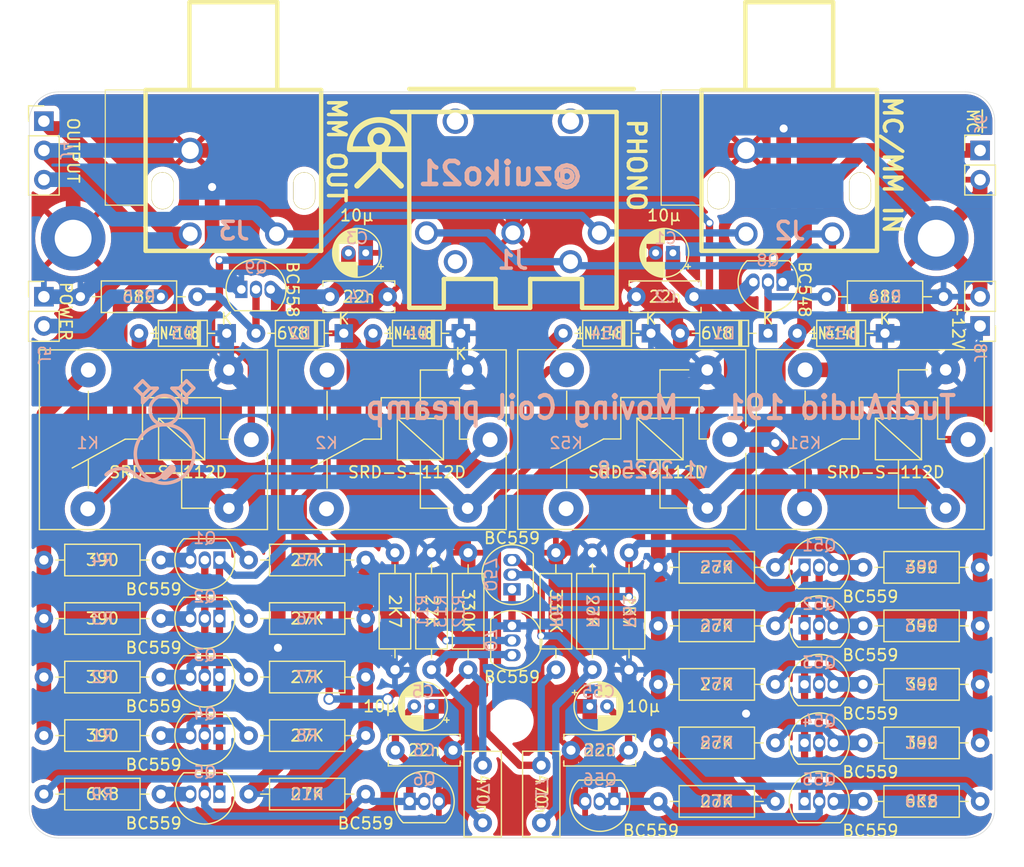
<source format=kicad_pcb>
(kicad_pcb (version 20240108) (generator "pcbnew") (generator_version "8.0")
  (title_block (title "TuchAudio 191 Moving Coil preamp") (date "2025-08-01") (rev "v1") (company "@zuiko21"))
  (layers (0 "F.Cu" signal) (31 "B.Cu" signal) (34 "B.Paste" user) (35 "F.Paste" user) (36 "B.SilkS" user "B.Silkscreen") (37 "F.SilkS" user "F.Silkscreen") (38 "B.Mask" user) (39 "F.Mask" user) (44 "Edge.Cuts" user))
  (net 0 "")
  (net 1 "GND")
  (net 2 "+6V")
  (net 3 "-6V")
  (net 4 "/BIAS")
  (net 5 "/PRE_OUT")
  (net 6 "/BUF")
  (net 7 "/PRE_OUT'")
  (net 8 "/BUF'")
  (net 9 "/BIAS'")
  (net 10 "/Z+")
  (net 11 "/Z-")
  (net 12 "/+12")
  (net 13 "/~{MC}")
  (net 14 "/IN'")
  (net 16 "/IN")
  (net 17 "/OUT")
  (net 18 "/OUT'")
  (net 19 "+9V")
  (net 20 "-9V")
  (net 21 "/MC_IN")
  (net 23 "/MC_IN'")
  (net 25 "/E1")
  (net 26 "/QC")
  (net 27 "/E2")
  (net 28 "/E3")
  (net 29 "/QE")
  (net 30 "/E4")
  (net 31 "/E1'")
  (net 32 "/E2'")
  (net 33 "/E3'")
  (net 34 "/E4'")
  (net 35 "/QE'")
  (net 36 "/QC'")
  (footprint "Package_TO_SOT_THT:TO-92_Inline" (layer "F.Cu") (at 58.42 86.995)
    (property "Reference" "Q6")
    (property "Value" "BC559")
  )
  (footprint "Relay_THT:Relay_SPDT_SANYOU_SRD_Series_Form_C" (layer "F.Cu") (at 65.405 55.595 180)
    (property "Reference" "K2")
    (property "Value" "SRD-S-112D")
  )
  (footprint "Resistor_THT:R_Axial_DIN0207_L6.3mm_D2.5mm_P10.16mm_Horizontal" (layer "F.Cu") (at 107.95 86.995 180)
    (property "Reference" "R59")
    (property "Value" "6K8")
  )
  (footprint "MountingHole:MountingHole_3.2mm_M3_DIN965_Pad" (layer "F.Cu") (at 29.21 38.1)
    (property "Reference" "H1" (hide yes))
    (property "Value" "MountingHole_Pad" (hide yes))
  )
  (footprint "Resistor_THT:R_Axial_DIN0207_L6.3mm_D2.5mm_P10.16mm_Horizontal" (layer "F.Cu") (at 26.67 76.2)
    (property "Reference" "R2")
    (property "Value" "390")
  )
  (footprint "durango:DIN 5-180deg" (layer "F.Cu") (at 58.39 27.14)
    (property "Reference" "J1")
    (property "Value" "PHONO")
  )
  (footprint "Resistor_THT:R_Axial_DIN0207_L6.3mm_D2.5mm_P10.16mm_Horizontal" (layer "F.Cu") (at 26.67 71.12)
    (property "Reference" "R3")
    (property "Value" "390")
  )
  (footprint "Package_TO_SOT_THT:TO-92_Inline" (layer "F.Cu") (at 41.91 76.2 180)
    (property "Reference" "Q3")
    (property "Value" "BC559")
  )
  (footprint "Capacitor_THT:C_Rect_L7.2mm_W3.0mm_P5.00mm_FKS2_FKP2_MKS2_MKP2" (layer "F.Cu") (at 69.85 83.86 -90)
    (property "Reference" "C17")
    (property "Value" "470n")
  )
  (footprint "durango:2xRCA_vertical" (layer "F.Cu") (at 96.46 25.23 180)
    (property "Reference" "J2")
    (property "Value" "MC/MM IN")
  )
  (footprint "Resistor_THT:R_Axial_DIN0207_L6.3mm_D2.5mm_P10.16mm_Horizontal" (layer "F.Cu") (at 57.15 65.405 -90)
    (property "Reference" "R11")
    (property "Value" "2K7")
  )
  (footprint "Resistor_THT:R_Axial_DIN0207_L6.3mm_D2.5mm_P10.16mm_Horizontal" (layer "F.Cu") (at 26.67 81.28)
    (property "Reference" "R1")
    (property "Value" "390")
  )
  (footprint "Package_TO_SOT_THT:TO-92_Inline" (layer "F.Cu") (at 92.71 81.915)
    (property "Reference" "Q54")
    (property "Value" "BC559")
  )
  (footprint "Resistor_THT:R_Axial_DIN0207_L6.3mm_D2.5mm_P10.16mm_Horizontal" (layer "F.Cu") (at 63.5 75.565 90)
    (property "Reference" "R13")
    (property "Value" "330K")
  )
  (footprint "Resistor_THT:R_Axial_DIN0207_L6.3mm_D2.5mm_P10.16mm_Horizontal" (layer "F.Cu") (at 107.95 71.755 180)
    (property "Reference" "R53")
    (property "Value" "390")
  )
  (footprint "Resistor_THT:R_Axial_DIN0207_L6.3mm_D2.5mm_P10.16mm_Horizontal" (layer "F.Cu") (at 26.67 66.04)
    (property "Reference" "R4")
    (property "Value" "390")
  )
  (footprint "Diode_THT:D_DO-35_SOD27_P7.62mm_Horizontal" (layer "F.Cu") (at 99.695 46.355 180)
    (property "Reference" "D53")
    (property "Value" "1N4148")
  )
  (footprint "Package_TO_SOT_THT:TO-92_Inline" (layer "F.Cu") (at 92.71 86.995)
    (property "Reference" "Q55")
    (property "Value" "BC559")
  )
  (footprint "Resistor_THT:R_Axial_DIN0207_L6.3mm_D2.5mm_P10.16mm_Horizontal" (layer "F.Cu") (at 54.61 66.04 180)
    (property "Reference" "R5")
    (property "Value" "27K")
  )
  (footprint "MountingHole:MountingHole_3.2mm_M3" (layer "F.Cu") (at 67.31 80.01)
    (property "Reference" "H3" (hide yes))
    (property "Value" "MountingHole" (hide yes))
  )
  (footprint "Relay_THT:Relay_SPDT_SANYOU_SRD_Series_Form_C" (layer "F.Cu") (at 106.91 55.58 180)
    (property "Reference" "K51")
    (property "Value" "SRD-S-112D")
  )
  (footprint "Resistor_THT:R_Axial_DIN0207_L6.3mm_D2.5mm_P10.16mm_Horizontal" (layer "F.Cu") (at 107.95 76.835 180)
    (property "Reference" "R52")
    (property "Value" "390")
  )
  (footprint "Package_TO_SOT_THT:TO-92_Inline" (layer "F.Cu") (at 76.2 86.995 180)
    (property "Reference" "Q56")
    (property "Value" "BC559")
  )
  (footprint "Relay_THT:Relay_SPDT_SANYOU_SRD_Series_Form_C" (layer "F.Cu") (at 86.209 55.58 180)
    (property "Reference" "K52")
    (property "Value" "SRD-S-112D")
  )
  (footprint "Resistor_THT:R_Axial_DIN0207_L6.3mm_D2.5mm_P10.16mm_Horizontal" (layer "F.Cu") (at 80.01 86.995)
    (property "Reference" "R60")
    (property "Value" "27K")
  )
  (footprint "Resistor_THT:R_Axial_DIN0207_L6.3mm_D2.5mm_P10.16mm_Horizontal" (layer "F.Cu") (at 80.01 81.915)
    (property "Reference" "R58")
    (property "Value" "27K")
  )
  (footprint "Capacitor_THT:C_Disc_D6.0mm_W2.5mm_P5.00mm" (layer "F.Cu") (at 62.19 82.55 180)
    (property "Reference" "C6")
    (property "Value" "22n")
  )
  (footprint "MountingHole:MountingHole_3.2mm_M3_DIN965_Pad" (layer "F.Cu") (at 104.14 38.1)
    (property "Reference" "H2" (hide yes))
    (property "Value" "MountingHole_Pad" (hide yes))
  )
  (footprint "Package_TO_SOT_THT:TO-92_Inline" (layer "F.Cu") (at 92.71 71.755)
    (property "Reference" "Q52")
    (property "Value" "BC559")
  )
  (footprint "durango:2xRCA_vertical" (layer "F.Cu") (at 48.2 25.23 180)
    (property "Reference" "J3")
    (property "Value" "MM OUT")
  )
  (footprint "Connector_PinHeader_2.54mm:PinHeader_1x02_P2.54mm_Vertical" (layer "F.Cu") (at 107.95 30.48)
    (property "Reference" "J6")
    (property "Value" "~{MC}")
  )
  (footprint "Resistor_THT:R_Axial_DIN0207_L6.3mm_D2.5mm_P10.16mm_Horizontal" (layer "F.Cu") (at 40.005 43.18 180)
    (property "Reference" "R15")
    (property "Value" "680")
  )
  (footprint "Capacitor_THT:C_Disc_D6.0mm_W2.5mm_P5.00mm" (layer "F.Cu") (at 78.105 43.18)
    (property "Reference" "C2")
    (property "Value" "22n")
  )
  (footprint "Package_TO_SOT_THT:TO-92_Inline" (layer "F.Cu") (at 43.815 42.545)
    (property "Reference" "Q9")
    (property "Value" "BC558")
  )
  (footprint "Package_TO_SOT_THT:TO-92_Inline" (layer "F.Cu") (at 41.91 66.04 180)
    (property "Reference" "Q1")
    (property "Value" "BC559")
  )
  (footprint "Resistor_THT:R_Axial_DIN0207_L6.3mm_D2.5mm_P10.16mm_Horizontal" (layer "F.Cu") (at 94.615 43.18)
    (property "Reference" "R14")
    (property "Value" "680")
  )
  (footprint "Diode_THT:D_DO-35_SOD27_P7.62mm_Horizontal" (layer "F.Cu") (at 62.865 46.355 180)
    (property "Reference" "D4")
    (property "Value" "1N4148")
  )
  (footprint "Relay_THT:Relay_SPDT_SANYOU_SRD_Series_Form_C" (layer "F.Cu") (at 44.68 55.595 180)
    (property "Reference" "K1")
    (property "Value" "SRD-S-112D")
  )
  (footprint "Connector_PinHeader_2.54mm:PinHeader_1x02_P2.54mm_Vertical" (layer "F.Cu") (at 26.67 43.18)
    (property "Reference" "J5")
    (property "Value" "POWER")
  )
  (footprint "Connector_PinHeader_2.54mm:PinHeader_1x03_P2.54mm_Vertical" (layer "F.Cu") (at 26.67 27.94)
    (property "Reference" "J4")
    (property "Value" "OUTPUT")
  )
  (footprint "Resistor_THT:R_Axial_DIN0207_L6.3mm_D2.5mm_P10.16mm_Horizontal" (layer "F.Cu") (at 71.12 75.565 90)
    (property "Reference" "R63")
    (property "Value" "330K")
  )
  (footprint "Package_TO_SOT_THT:TO-92_Inline" (layer "F.Cu") (at 41.91 71.12 180)
    (property "Reference" "Q2")
    (property "Value" "BC559")
  )
  (footprint "Resistor_THT:R_Axial_DIN0207_L6.3mm_D2.5mm_P10.16mm_Horizontal" (layer "F.Cu") (at 80.01 71.755)
    (property "Reference" "R56")
    (property "Value" "27K")
  )
  (footprint "Diode_THT:D_DO-35_SOD27_P7.62mm_Horizontal" (layer "F.Cu") (at 89.535 46.355 180)
    (property "Reference" "D1")
    (property "Value" "6V8")
  )
  (footprint "Resistor_THT:R_Axial_DIN0207_L6.3mm_D2.5mm_P10.16mm_Horizontal" (layer "F.Cu") (at 54.61 71.12 180)
    (property "Reference" "R6")
    (property "Value" "27K")
  )
  (footprint "Diode_THT:D_DO-35_SOD27_P7.62mm_Horizontal" (layer "F.Cu") (at 42.545 46.355 180)
    (property "Reference" "D3")
    (property "Value" "1N4148")
  )
  (footprint "Resistor_THT:R_Axial_DIN0207_L6.3mm_D2.5mm_P10.16mm_Horizontal" (layer "F.Cu") (at 80.01 66.675)
    (property "Reference" "R55")
    (property "Value" "27K")
  )
  (footprint "Capacitor_THT:CP_Radial_D4.0mm_P1.50mm" (layer "F.Cu") (at 60.325 78.74 180)
    (property "Reference" "C5")
    (property "Value" "10µ")
  )
  (footprint "Resistor_THT:R_Axial_DIN0207_L6.3mm_D2.5mm_P10.16mm_Horizontal" (layer "F.Cu") (at 54.61 76.2 180)
    (property "Reference" "R7")
    (property "Value" "27K")
  )
  (footprint "Resistor_THT:R_Axial_DIN0207_L6.3mm_D2.5mm_P10.16mm_Horizontal" (layer "F.Cu") (at 60.325 65.405 -90)
    (property "Reference" "R12")
    (property "Value" "27K")
  )
  (footprint "Resistor_THT:R_Axial_DIN0207_L6.3mm_D2.5mm_P10.16mm_Horizontal" (layer "F.Cu") (at 80.01 76.835)
    (property "Reference" "R57")
    (property "Value" "27K")
  )
  (footprint "Resistor_THT:R_Axial_DIN0207_L6.3mm_D2.5mm_P10.16mm_Horizontal" (layer "F.Cu") (at 54.61 86.36 180)
    (property "Reference" "R10")
    (property "Value" "27K")
  )
  (footprint "Package_TO_SOT_THT:TO-92_Inline" (layer "F.Cu") (at 41.91 86.36 180)
    (property "Reference" "Q5")
    (property "Value" "BC559")
  )
  (footprint "Diode_THT:D_DO-35_SOD27_P7.62mm_Horizontal" (layer "F.Cu") (at 52.705 46.355 180)
    (property "Reference" "D2")
    (property "Value" "6V8")
  )
  (footprint "Package_TO_SOT_THT:TO-92_Inline" (layer "F.Cu") (at 67.31 68.58 90)
    (property "Reference" "Q57")
    (property "Value" "BC559")
  )
  (footprint "Connector_PinHeader_2.54mm:PinHeader_1x02_P2.54mm_Vertical" (layer "F.Cu") (at 107.95 45.72 180)
    (property "Reference" "J8")
    (property "Value" "+12V")
  )
  (footprint "Package_TO_SOT_THT:TO-92_Inline" (layer "F.Cu") (at 41.91 81.28 180)
    (property "Reference" "Q4")
    (property "Value" "BC559")
  )
  (footprint "Package_TO_SOT_THT:TO-92_Inline" (layer "F.Cu") (at 92.71 76.835)
    (property "Reference" "Q53")
    (property "Value" "BC559")
  )
  (footprint "Capacitor_THT:CP_Radial_D4.0mm_P1.50mm" (layer "F.Cu") (at 74.065 78.74)
    (property "Reference" "C55")
    (property "Value" "10µ")
  )
  (footprint "Resistor_THT:R_Axial_DIN0207_L6.3mm_D2.5mm_P10.16mm_Horizontal" (layer "F.Cu") (at 107.95 66.675 180)
    (property "Reference" "R54")
    (property "Value" "390")
  )
  (footprint "Resistor_THT:R_Axial_DIN0207_L6.3mm_D2.5mm_P10.16mm_Horizontal" (layer "F.Cu") (at 77.47 65.405 -90)
    (property "Reference" "R61")
    (property "Value" "2K7")
  )
  (footprint "Resistor_THT:R_Axial_DIN0207_L6.3mm_D2.5mm_P10.16mm_Horizontal" (layer "F.Cu") (at 74.295 65.405 -90)
    (property "Reference" "R62")
    (property "Value" "27K")
  )
  (footprint "Capacitor_THT:CP_Radial_D4.0mm_P1.50mm" (layer "F.Cu") (at 81.28 39.37 180)
    (property "Reference" "C1")
    (property "Value" "10µ")
  )
  (footprint "Package_TO_SOT_THT:TO-92_Inline" (layer "F.Cu") (at 67.31 71.755 -90)
    (property "Reference" "Q7")
    (property "Value" "BC559")
  )
  (footprint "Package_TO_SOT_THT:TO-92_Inline" (layer "F.Cu") (at 92.71 66.675)
    (property "Reference" "Q51")
    (property "Value" "BC559")
  )
  (footprint "Capacitor_THT:C_Rect_L7.2mm_W3.0mm_P5.00mm_FKS2_FKP2_MKS2_MKP2" (layer "F.Cu") (at 64.77 83.86 -90)
    (property "Reference" "C7")
    (property "Value" "470n")
  )
  (footprint "Capacitor_THT:C_Disc_D6.0mm_W2.5mm_P5.00mm" (layer "F.Cu") (at 56.515 43.18 180)
    (property "Reference" "C4")
    (property "Value" "22n")
  )
  (footprint "Package_TO_SOT_THT:TO-92_Inline" (layer "F.Cu") (at 90.805 41.91 180)
    (property "Reference" "Q8")
    (property "Value" "BC548")
  )
  (footprint "Resistor_THT:R_Axial_DIN0207_L6.3mm_D2.5mm_P10.16mm_Horizontal" (layer "F.Cu") (at 107.95 81.915 180)
    (property "Reference" "R51")
    (property "Value" "390")
  )
  (footprint "Diode_THT:D_DO-35_SOD27_P7.62mm_Horizontal" (layer "F.Cu") (at 79.375 46.355 180)
    (property "Reference" "D54")
    (property "Value" "1N4148")
  )
  (footprint "Resistor_THT:R_Axial_DIN0207_L6.3mm_D2.5mm_P10.16mm_Horizontal" (layer "F.Cu") (at 26.67 86.36)
    (property "Reference" "R9")
    (property "Value" "6K8")
  )
  (footprint "Capacitor_THT:C_Disc_D6.0mm_W2.5mm_P5.00mm" (layer "F.Cu") (at 72.43 82.55)
    (property "Reference" "C56")
    (property "Value" "22n")
  )
  (footprint "Resistor_THT:R_Axial_DIN0207_L6.3mm_D2.5mm_P10.16mm_Horizontal" (layer "F.Cu") (at 54.61 81.28 180)
    (property "Reference" "R8")
    (property "Value" "27K")
  )
  (footprint "Capacitor_THT:CP_Radial_D4.0mm_P1.50mm" (layer "F.Cu") (at 54.61 39.37 180)
    (property "Reference" "C3")
    (property "Value" "10µ")
  )
  (gr_line (start 35.8775 51.1175) (end 35.2425 51.7525) (stroke (width 0.3)) (layer "B.SilkS"))
  (gr_line (start 35.2425 51.7525) (end 34.6075 51.1175) (stroke (width 0.3)) (layer "B.SilkS"))
  (gr_circle (center 37.1475 53.0225) (end 38.4175 53.0225) (stroke (width 0.3)) (fill none) (layer "B.SilkS"))
  (gr_line (start 36.5125 51.1175) (end 35.8775 51.1175) (stroke (width 0.3)) (layer "B.SilkS"))
  (gr_line (start 37.7825 58.1025) (end 38.4175 58.7375) (stroke (width 0.1)) (layer "B.SilkS"))
  (gr_line (start 39.0525 50.4825) (end 38.4175 51.1175) (stroke (width 0.3)) (layer "B.SilkS"))
  (gr_line (start 39.0525 52.3875) (end 39.0525 51.7525) (stroke (width 0.3)) (layer "B.SilkS"))
  (gr_arc (start 37.094246 58.572856) (mid 35.862762 59.132176) (end 34.6075 58.628551) (stroke (width 0.3)) (layer "B.SilkS"))
  (gr_line (start 38.4175 51.7525) (end 39.0525 52.3875) (stroke (width 0.3)) (layer "B.SilkS"))
  (gr_line (start 39.6875 51.1175) (end 39.0525 50.4825) (stroke (width 0.3)) (layer "B.SilkS"))
  (gr_line (start 34.6075 51.1175) (end 35.2425 50.4825) (stroke (width 0.3)) (layer "B.SilkS"))
  (gr_circle (center 37.1475 56.8325) (end 39.6875 56.8325) (stroke (width 0.3)) (fill none) (layer "B.SilkS"))
  (gr_line (start 38.4175 51.1175) (end 39.0525 51.7525) (stroke (width 0.3)) (layer "B.SilkS"))
  (gr_line (start 35.2425 52.3875) (end 36.5125 51.1175) (stroke (width 0.3)) (layer "B.SilkS"))
  (gr_line (start 37.7825 51.1175) (end 38.4175 51.7525) (stroke (width 0.3)) (layer "B.SilkS"))
  (gr_line (start 35.2425 51.7525) (end 35.2425 52.3875) (stroke (width 0.3)) (layer "B.SilkS"))
  (gr_line (start 37.1475 58.7375) (end 37.7825 58.1025) (stroke (width 0.7) (type dash_dot_dot)) (layer "B.SilkS"))
  (gr_arc (start 32.0675 58.628551) (mid 33.3375 58.1025) (end 34.6075 58.628551) (stroke (width 0.3)) (layer "B.SilkS"))
  (gr_line (start 35.2425 50.4825) (end 35.8775 51.1175) (stroke (width 0.3)) (layer "B.SilkS"))
  (gr_line (start 39.0525 51.7525) (end 39.6875 51.1175) (stroke (width 0.3)) (layer "B.SilkS"))
  (gr_line (start 38.4175 51.1175) (end 37.7825 51.1175) (stroke (width 0.3)) (layer "B.SilkS"))
  (gr_line (start 55.771051 31.641051) (end 53.866051 33.546051) (stroke (width 0.5)) (layer "F.SilkS"))
  (gr_line (start 55.771051 30.371051) (end 55.771051 31.641051) (stroke (width 0.5)) (layer "F.SilkS"))
  (gr_arc (start 53.231051 30.371051) (mid 55.771051 27.831051) (end 58.311051 30.371051) (stroke (width 0.5)) (layer "F.SilkS"))
  (gr_line (start 55.771051 31.641051) (end 57.676051 33.546051) (stroke (width 0.5)) (layer "F.SilkS"))
  (gr_line (start 53.231051 30.371051) (end 58.311051 30.371051) (stroke (width 0.5)) (layer "F.SilkS"))
  (gr_circle (center 55.771051 29.482051) (end 56.533051 29.482051) (stroke (width 0.5)) (fill none) (layer "F.SilkS"))
  (gr_line (start 109.22 27.94) (end 109.22 87.63) (stroke (width 0.05)) (layer "Edge.Cuts"))
  (gr_arc (start 27.94 90.17) (mid 26.143949 89.426051) (end 25.4 87.63) (stroke (width 0.05)) (layer "Edge.Cuts"))
  (gr_line (start 27.94 25.4) (end 106.68 25.4) (stroke (width 0.05)) (layer "Edge.Cuts"))
  (gr_line (start 106.68 90.17) (end 27.94 90.17) (stroke (width 0.05)) (layer "Edge.Cuts"))
  (gr_arc (start 109.22 87.63) (mid 108.476051 89.426051) (end 106.68 90.17) (stroke (width 0.05)) (layer "Edge.Cuts"))
  (gr_arc (start 106.68 25.4) (mid 108.476051 26.143949) (end 109.22 27.94) (stroke (width 0.05)) (layer "Edge.Cuts"))
  (gr_arc (start 25.4 27.94) (mid 26.143949 26.143949) (end 27.94 25.4) (stroke (width 0.05)) (layer "Edge.Cuts"))
  (gr_line (start 25.4 87.63) (end 25.4 27.94) (stroke (width 0.05)) (layer "Edge.Cuts"))
  (gr_text "@zuiko21" (at 73.66 33.655 0) (layer "B.SilkS") (effects (font (size 2 2) (thickness 0.4) (bold yes)) (justify left bottom mirror)))
  (gr_text "TuchAudio 191 · Moving Coil preamp" (at 106.045 53.975 0) (layer "B.SilkS") (effects (font (size 2 1.8) (thickness 0.36) (bold yes)) (justify left bottom mirror)))
  (gr_text "v1 2025·8" (at 84.455 59.055 0) (layer "B.SilkS") (effects (font (size 1.4 1.2) (thickness 0.2) (bold yes)) (justify left bottom mirror)))
  (segment (start 107.95 41.91) (end 104.14 38.1) (width 1.27) (layer "F.Cu") (net 1))
  (segment (start 74.065 80.915) (end 72.43 82.55) (width 1.27) (layer "F.Cu") (net 1))
  (segment (start 54.61 39.37) (end 54.61 41.275) (width 1.27) (layer "F.Cu") (net 1))
  (segment (start 71.12 73.25276) (end 69.485 74.88776) (width 1.27) (layer "F.Cu") (net 1))
  (segment (start 72.43 82.55) (end 72.43 85.855) (width 1.27) (layer "F.Cu") (net 1))
  (segment (start 62.19 82.55) (end 62.19 85.855) (width 1.27) (layer "F.Cu") (net 1))
  (segment (start 29.21 33.02) (end 29.21 38.1) (width 1.27) (layer "F.Cu") (net 1))
  (segment (start 81.915 54.976189) (end 81.915 46.355) (width 1.27) (layer "F.Cu") (net 1))
  (segment (start 81.915 46.355) (end 81.915 45.99) (width 1.27) (layer "F.Cu") (net 1))
  (segment (start 79.78 41.505) (end 78.105 43.18) (width 1.27) (layer "F.Cu") (net 1))
  (segment (start 67.39 30.56) (end 67.31 30.48) (width 1.27) (layer "F.Cu") (net 1))
  (segment (start 62.63724 78.74) (end 64.65612 76.72112) (width 1.27) (layer "F.Cu") (net 1))
  (segment (start 26.67 30.48) (end 29.21 33.02) (width 1.27) (layer "F.Cu") (net 1))
  (segment (start 72.43 85.855) (end 73.57 86.995) (width 1.27) (layer "F.Cu") (net 1))
  (segment (start 53.59 47.24) (end 52.705 46.355) (width 1.27) (layer "F.Cu") (net 1))
  (segment (start 60.325 78.74) (end 60.325 80.685) (width 1.27) (layer "F.Cu") (net 1))
  (segment (start 85.513202 30.48) (end 79.78 36.213202) (width 1.27) (layer "F.Cu") (net 1))
  (segment (start 67.39 37.64) (end 67.39 30.56) (width 1.27) (layer "F.Cu") (net 1))
  (segment (start 69.485 74.88776) (end 69.485 76.24224) (width 1.27) (layer "F.Cu") (net 1))
  (segment (start 69.485 76.24224) (end 71.98276 78.74) (width 1.27) (layer "F.Cu") (net 1))
  (segment (start 63.5 65.405) (end 53.59 55.495) (width 1.27) (layer "F.Cu") (net 1))
  (segment (start 81.915 45.99) (end 79.105 43.18) (width 1.27) (layer "F.Cu") (net 1))
  (segment (start 56.515 43.18) (end 55.88 43.18) (width 1.27) (layer "F.Cu") (net 1))
  (segment (start 71.12 65.405) (end 71.12 73.25276) (width 1.27) (layer "F.Cu") (net 1))
  (segment (start 54.61 41.275) (end 56.515 43.18) (width 1.27) (layer "F.Cu") (net 1))
  (segment (start 107.95 43.18) (end 107.95 41.91) (width 1.27) (layer "F.Cu") (net 1))
  (segment (start 53.59 55.495) (end 53.59 47.24) (width 1.27) (layer "F.Cu") (net 1))
  (segment (start 39.37 30.48) (end 55.245 30.48) (width 1.27) (layer "F.Cu") (net 1))
  (segment (start 62.19 85.855) (end 61.05 86.995) (width 1.27) (layer "F.Cu") (net 1))
  (segment (start 87.63 30.48) (end 85.513202 30.48) (width 1.27) (layer "F.Cu") (net 1))
  (segment (start 64.8175 74.57026) (end 64.8175 76.55974) (width 0.635) (layer "F.Cu") (net 1))
  (segment (start 107.95 34.29) (end 104.14 38.1) (width 1.27) (layer "F.Cu") (net 1))
  (segment (start 55.88 43.18) (end 52.705 46.355) (width 1.27) (layer "F.Cu") (net 1))
  (segment (start 64.8175 76.55974) (end 64.65612 76.72112) (width 0.635) (layer "F.Cu") (net 1))
  (segment (start 107.95 33.02) (end 107.95 34.29) (width 1.27) (layer "F.Cu") (net 1))
  (segment (start 55.245 30.48) (end 67.31 30.48) (width 1.27) (layer "F.Cu") (net 1))
  (segment (start 71.12 65.405) (end 71.486189 65.405) (width 1.27) (layer "F.Cu") (net 1))
  (segment (start 67.31 30.48) (end 87.63 30.48) (width 1.27) (layer "F.Cu") (net 1))
  (segment (start 60.325 78.74) (end 62.63724 78.74) (width 1.27) (layer "F.Cu") (net 1))
  (segment (start 54.61 39.37) (end 54.61 31.115) (width 1.27) (layer "F.Cu") (net 1))
  (segment (start 79.105 43.18) (end 78.105 43.18) (width 1.27) (layer "F.Cu") (net 1))
  (segment (start 79.78 36.213202) (end 79.78 39.37) (width 1.27) (layer "F.Cu") (net 1))
  (segment (start 63.5 73.25276) (end 63.5 65.405) (width 1.27) (layer "F.Cu") (net 1))
  (segment (start 71.98276 78.74) (end 74.065 78.74) (width 1.27) (layer "F.Cu") (net 1))
  (segment (start 71.486189 65.405) (end 81.915 54.976189) (width 1.27) (layer "F.Cu") (net 1))
  (segment (start 60.325 80.685) (end 62.19 82.55) (width 1.27) (layer "F.Cu") (net 1))
  (segment (start 63.5 73.25276) (end 64.8175 74.57026) (width 0.635) (layer "F.Cu") (net 1))
  (segment (start 74.065 78.74) (end 74.065 80.915) (width 1.27) (layer "F.Cu") (net 1))
  (segment (start 79.78 39.37) (end 79.78 41.505) (width 1.27) (layer "F.Cu") (net 1))
  (segment (start 87.63 30.48) (end 97.79 30.48) (width 1.27) (layer "B.Cu") (net 1))
  (segment (start 97.79 30.48) (end 105.41 38.1) (width 1.27) (layer "B.Cu") (net 1))
  (segment (start 26.67 30.48) (end 39.37 30.48) (width 1.27) (layer "B.Cu") (net 1))
  (segment (start 83.874 53.27) (end 86.344 50.8) (width 1.27) (layer "F.Cu") (net 2))
  (segment (start 81.28 41.355) (end 83.105 43.18) (width 1.27) (layer "F.Cu") (net 2))
  (segment (start 86.344 46.419) (end 83.105 43.18) (width 1.27) (layer "F.Cu") (net 2))
  (segment (start 81.28 39.37) (end 81.28 41.355) (width 1.27) (layer "F.Cu") (net 2))
  (segment (start 86.344 50.8) (end 86.344 46.419) (width 1.27) (layer "F.Cu") (net 2))
  (segment (start 54.61 66.04) (end 54.61 81.28) (width 1.27) (layer "F.Cu") (net 2))
  (segment (start 83.874 55.096083) (end 83.874 53.27) (width 1.27) (layer "F.Cu") (net 2))
  (segment (start 80.01 66.675) (end 80.01 58.960083) (width 1.27) (layer "F.Cu") (net 2))
  (segment (start 80.01 66.675) (end 80.01 81.915) (width 1.27) (layer "F.Cu") (net 2))
  (segment (start 80.01 58.960083) (end 83.874 55.096083) (width 1.27) (layer "F.Cu") (net 2))
  (segment (start 55.61 67.04) (end 54.61 66.04) (width 1.27) (layer "B.Cu") (net 2))
  (segment (start 88.175 42) (end 88.175 41.91) (width 1.27) (layer "B.Cu") (net 2))
  (segment (start 83.7725 85.6775) (end 80.01 81.915) (width 0.635) (layer "B.Cu") (net 2))
  (segment (start 50.8475 85.0425) (end 54.61 81.28) (width 0.635) (layer "B.Cu") (net 2))
  (segment (start 107.95 86.995) (end 106.6325 85.6775) (width 0.635) (layer "B.Cu") (net 2))
  (segment (start 69.485 66.08224) (end 70.44276 67.04) (width 1.27) (layer "B.Cu") (net 2))
  (segment (start 26.67 86.36) (end 27.9875 85.0425) (width 0.635) (layer "B.Cu") (net 2))
  (segment (start 106.6325 85.6775) (end 83.7725 85.6775) (width 0.635) (layer "B.Cu") (net 2))
  (segment (start 61.96 63.77) (end 68.52724 63.77) (width 1.27) (layer "B.Cu") (net 2))
  (segment (start 79.210001 67.474999) (end 80.01 66.675) (width 1.27) (layer "B.Cu") (net 2))
  (segment (start 58.69 67.04) (end 55.61 67.04) (width 1.27) (layer "B.Cu") (net 2))
  (segment (start 83.105 43.18) (end 86.995 43.18) (width 1.27) (layer "B.Cu") (net 2))
  (segment (start 74.295 65.405) (end 76.364999 67.474999) (width 1.27) (layer "B.Cu") (net 2))
  (segment (start 27.9875 85.0425) (end 50.8475 85.0425) (width 0.635) (layer "B.Cu") (net 2))
  (segment (start 68.52724 63.77) (end 69.485 64.72776) (width 1.27) (layer "B.Cu") (net 2))
  (segment (start 60.325 65.405) (end 58.69 67.04) (width 1.27) (layer "B.Cu") (net 2))
  (segment (start 86.995 43.18) (end 88.175 42) (width 1.27) (layer "B.Cu") (net 2))
  (segment (start 70.44276 67.04) (end 72.66 67.04) (width 1.27) (layer "B.Cu") (net 2))
  (segment (start 76.364999 67.474999) (end 79.210001 67.474999) (width 1.27) (layer "B.Cu") (net 2))
  (segment (start 69.485 64.72776) (end 69.485 66.08224) (width 1.27) (layer "B.Cu") (net 2))
  (segment (start 72.66 67.04) (end 74.295 65.405) (width 1.27) (layer "B.Cu") (net 2))
  (segment (start 60.325 65.405) (end 61.96 63.77) (width 1.27) (layer "B.Cu") (net 2))
  (segment (start 46.99 75.565) (end 47.015 75.54) (width 1.27) (layer "F.Cu") (net 3))
  (segment (start 67.31 68.58) (end 67.31 71.755) (width 0.635) (layer "F.Cu") (net 3))
  (segment (start 46.99 75.565) (end 46.99 83.82) (width 1.27) (layer "F.Cu") (net 3))
  (segment (start 87.63 79.375) (end 87.63 84.455) (width 1.27) (layer "F.Cu") (net 3))
  (segment (start 46.99 73.66) (end 46.99 75.565) (width 1.27) (layer "F.Cu") (net 3))
  (segment (start 46.99 83.82) (end 44.45 86.36) (width 1.27) (layer "F.Cu") (net 3))
  (segment (start 53.11 39.37) (end 53.11 41.585) (width 1.27) (layer "F.Cu") (net 3))
  (segment (start 53.11 41.585) (end 51.515 43.18) (width 1.27) (layer "F.Cu") (net 3))
  (segment (start 47.015 75.54) (end 47.015 43.115) (width 1.27) (layer "F.Cu") (net 3))
  (segment (start 87.63 84.455) (end 90.17 86.995) (width 1.27) (layer "F.Cu") (net 3))
  (segment (start 47.015 43.115) (end 46.445 42.545) (width 1.27) (layer "F.Cu") (net 3))
  (via (at 87.63 79.375) (size 1) (drill 0.7) (layers "F.Cu" "B.Cu") (net 3))
  (via (at 46.99 73.66) (size 1) (drill 0.7) (layers "F.Cu" "B.Cu") (net 3))
  (segment (start 57.15 75.565) (end 55.245 73.66) (width 1.27) (layer "B.Cu") (net 3))
  (segment (start 51.515 43.18) (end 47.08 43.18) (width 1.27) (layer "B.Cu") (net 3))
  (segment (start 67.31 71.755) (end 73.66 71.755) (width 0.635) (layer "B.Cu") (net 3))
  (segment (start 73.66 71.755) (end 77.47 75.565) (width 0.635) (layer "B.Cu") (net 3))
  (segment (start 47.08 43.18) (end 46.445 42.545) (width 1.27) (layer "B.Cu") (net 3))
  (segment (start 60.96 71.755) (end 67.31 71.755) (width 0.635) (layer "B.Cu") (net 3))
  (segment (start 80.14863 79.375) (end 87.63 79.375) (width 1.27) (layer "B.Cu") (net 3))
  (segment (start 77.47 75.565) (end 77.47 76.69637) (width 1.27) (layer "B.Cu") (net 3))
  (segment (start 55.245 73.66) (end 46.99 73.66) (width 1.27) (layer "B.Cu") (net 3))
  (segment (start 57.15 75.565) (end 60.96 71.755) (width 0.635) (layer "B.Cu") (net 3))
  (segment (start 77.47 76.69637) (end 80.14863 79.375) (width 1.27) (layer "B.Cu") (net 3))
  (segment (start 57.19 80.375) (end 58.825 78.74) (width 0.635) (layer "F.Cu") (net 4))
  (segment (start 57.19 82.55) (end 57.19 80.375) (width 0.635) (layer "F.Cu") (net 4))
  (segment (start 58.42 86.995) (end 58.42 83.78) (width 0.635) (layer "F.Cu") (net 4))
  (segment (start 58.42 83.78) (end 57.19 82.55) (width 0.635) (layer "F.Cu") (net 4))
  (segment (start 40.64 86.36) (end 40.64 66.04) (width 0.635) (layer "F.Cu") (net 4))
  (segment (start 52.705 88.265) (end 54.61 86.36) (width 0.635) (layer "B.Cu") (net 4))
  (segment (start 40.64 86.36) (end 40.64 87.4) (width 0.635) (layer "B.Cu") (net 4))
  (segment (start 59.69 86.995) (end 58.42 86.995) (width 0.635) (layer "B.Cu") (net 4))
  (segment (start 40.64 87.4) (end 41.505 88.265) (width 0.635) (layer "B.Cu") (net 4))
  (segment (start 55.245 86.995) (end 54.61 86.36) (width 0.635) (layer "B.Cu") (net 4))
  (segment (start 58.42 86.995) (end 55.245 86.995) (width 0.635) (layer "B.Cu") (net 4))
  (segment (start 41.505 88.265) (end 52.705 88.265) (width 0.635) (layer "B.Cu") (net 4))
  (segment (start 57.0325 77.5875) (end 61.4775 77.5875) (width 0.635) (layer "F.Cu") (net 5))
  (segment (start 56.515 78.105) (end 57.0325 77.5875) (width 0.635) (layer "F.Cu") (net 5))
  (segment (start 49.1875 62.5225) (end 51.435 64.77) (width 0.635) (layer "F.Cu") (net 5))
  (segment (start 51.255 58.6) (end 49.1875 60.6675) (width 0.635) (layer "F.Cu") (net 5))
  (segment (start 61.4775 77.5875) (end 63.5 75.565) (width 0.635) (layer "F.Cu") (net 5))
  (segment (start 49.1875 60.6675) (end 49.1875 62.5225) (width 0.635) (layer "F.Cu") (net 5))
  (segment (start 51.435 64.77) (end 51.435 78.105) (width 0.635) (layer "F.Cu") (net 5))
  (segment (start 51.255 49.545) (end 51.255 58.6) (width 0.635) (layer "F.Cu") (net 5))
  (via (at 51.435 78.105) (size 1) (drill 0.7) (layers "F.Cu" "B.Cu") (net 5))
  (via (at 56.515 78.105) (size 1) (drill 0.7) (layers "F.Cu" "B.Cu") (net 5))
  (segment (start 51.435 78.105) (end 56.515 78.105) (width 0.635) (layer "B.Cu") (net 5))
  (segment (start 64.77 76.835) (end 64.77 83.86) (width 0.635) (layer "B.Cu") (net 5))
  (segment (start 63.5 75.565) (end 64.77 76.835) (width 0.635) (layer "B.Cu") (net 5))
  (segment (start 63.4525 83.2325) (end 63.5075 83.1775) (width 0.635) (layer "B.Cu") (net 6))
  (segment (start 67.2625 74.2475) (end 67.31 74.295) (width 0.635) (layer "B.Cu") (net 6))
  (segment (start 63.5075 83.1775) (end 63.5075 78.7475) (width 0.635) (layer "B.Cu") (net 6))
  (segment (start 64.77 88.86) (end 63.4525 87.5425) (width 0.635) (layer "B.Cu") (net 6))
  (segment (start 63.4525 87.5425) (end 63.4525 83.2325) (width 0.635) (layer "B.Cu") (net 6))
  (segment (start 63.5075 78.7475) (end 60.325 75.565) (width 0.635) (layer "B.Cu") (net 6))
  (segment (start 61.6425 74.2475) (end 67.2625 74.2475) (width 0.635) (layer "B.Cu") (net 6))
  (segment (start 60.325 75.565) (end 61.6425 74.2475) (width 0.635) (layer "B.Cu") (net 6))
  (segment (start 66.0425 60.587382) (end 66.0425 78.169766) (width 0.635) (layer "F.Cu") (net 7))
  (segment (start 66.0425 78.169766) (end 65.1125 79.099766) (width 0.635) (layer "F.Cu") (net 7))
  (segment (start 68.8925 51.1225) (end 68.8925 57.737382) (width 0.635) (layer "F.Cu") (net 7))
  (segment (start 72.059 49.53) (end 70.485 49.53) (width 0.635) (layer "F.Cu") (net 7))
  (segment (start 70.485 49.53) (end 68.8925 51.1225) (width 0.635) (layer "F.Cu") (net 7))
  (segment (start 65.1125 80.9875) (end 67.985 83.86) (width 0.635) (layer "F.Cu") (net 7))
  (segment (start 68.8925 57.737382) (end 66.0425 60.587382) (width 0.635) (layer "F.Cu") (net 7))
  (segment (start 67.985 83.86) (end 69.85 83.86) (width 0.635) (layer "F.Cu") (net 7))
  (segment (start 65.1125 79.099766) (end 65.1125 80.9875) (width 0.635) (layer "F.Cu") (net 7))
  (segment (start 69.85 76.835) (end 69.85 83.86) (width 0.635) (layer "B.Cu") (net 7))
  (segment (start 71.12 75.565) (end 69.85 76.835) (width 0.635) (layer "B.Cu") (net 7))
  (segment (start 67.31 66.04) (end 67.739318 66.04) (width 0.635) (layer "F.Cu") (net 8))
  (segment (start 69.85 68.150682) (end 69.85 72.6225) (width 0.635) (layer "F.Cu") (net 8))
  (segment (start 67.739318 66.04) (end 69.85 68.150682) (width 0.635) (layer "F.Cu") (net 8))
  (via (at 69.85 72.6225) (size 0.7) (drill 0.5) (layers "F.Cu" "B.Cu") (net 8))
  (segment (start 71.1125 83.1775) (end 71.1675 83.2325) (width 0.635) (layer "B.Cu") (net 8))
  (segment (start 71.1675 87.5425) (end 69.85 88.86) (width 0.635) (layer "B.Cu") (net 8))
  (segment (start 71.1125 78.7475) (end 71.1125 83.1775) (width 0.635) (layer "B.Cu") (net 8))
  (segment (start 69.85 72.6225) (end 71.3525 72.6225) (width 0.635) (layer "B.Cu") (net 8))
  (segment (start 71.3525 72.6225) (end 74.295 75.565) (width 0.635) (layer "B.Cu") (net 8))
  (segment (start 74.295 75.565) (end 71.1125 78.7475) (width 0.635) (layer "B.Cu") (net 8))
  (segment (start 71.1675 83.2325) (end 71.1675 87.5425) (width 0.635) (layer "B.Cu") (net 8))
  (segment (start 77.43 80.605) (end 75.565 78.74) (width 0.635) (layer "F.Cu") (net 9))
  (segment (start 76.2 83.78) (end 77.43 82.55) (width 0.635) (layer "F.Cu") (net 9))
  (segment (start 77.43 82.55) (end 77.43 80.605) (width 0.635) (layer "F.Cu") (net 9))
  (segment (start 93.98 66.675) (end 93.98 86.995) (width 0.635) (layer "F.Cu") (net 9))
  (segment (start 76.2 86.995) (end 76.2 83.78) (width 0.635) (layer "F.Cu") (net 9))
  (segment (start 93.98 88.035) (end 93.7025 88.3125) (width 0.635) (layer "B.Cu") (net 9))
  (segment (start 81.3275 88.3125) (end 80.01 86.995) (width 0.635) (layer "B.Cu") (net 9))
  (segment (start 93.98 86.995) (end 93.98 88.035) (width 0.635) (layer "B.Cu") (net 9))
  (segment (start 76.2 86.995) (end 80.01 86.995) (width 0.635) (layer "B.Cu") (net 9))
  (segment (start 74.93 86.995) (end 76.2 86.995) (width 0.635) (layer "B.Cu") (net 9))
  (segment (start 93.7025 88.3125) (end 81.3275 88.3125) (width 0.635) (layer "B.Cu") (net 9))
  (segment (start 89.535 41.91) (end 89.535 46.355) (width 0.635) (layer "F.Cu") (net 10))
  (segment (start 89.535 41.91) (end 89.535 42.95) (width 0.635) (layer "B.Cu") (net 10))
  (segment (start 89.765 43.18) (end 94.615 43.18) (width 0.635) (layer "B.Cu") (net 10))
  (segment (start 89.535 42.95) (end 89.765 43.18) (width 0.635) (layer "B.Cu") (net 10))
  (segment (start 45.085 42.545) (end 45.085 46.355) (width 0.635) (layer "F.Cu") (net 11))
  (segment (start 41.91 43.18) (end 45.085 46.355) (width 0.635) (layer "B.Cu") (net 11))
  (segment (start 40.005 43.18) (end 41.91 43.18) (width 0.635) (layer "B.Cu") (net 11))
  (segment (start 99.695 46.355) (end 101.785 46.355) (width 1.27) (layer "B.Cu") (net 12))
  (segment (start 81.924 51.865) (end 65.775 51.865) (width 1.27) (layer "B.Cu") (net 12))
  (segment (start 84.259 49.53) (end 81.924 51.865) (width 1.27) (layer "B.Cu") (net 12))
  (segment (start 62.865 46.355) (end 62.865 48.955) (width 1.27) (layer "B.Cu") (net 12))
  (segment (start 104.96 49.53) (end 104.96 48.71) (width 1.27) (layer "B.Cu") (net 12))
  (segment (start 79.375 46.355) (end 82.55 49.53) (width 1.27) (layer "B.Cu") (net 12))
  (segment (start 65.775 51.865) (end 63.455 49.545) (width 1.27) (layer "B.Cu") (net 12))
  (segment (start 102.625 51.865) (end 104.96 49.53) (width 1.27) (layer "B.Cu") (net 12))
  (segment (start 45.065 51.88) (end 42.73 49.545) (width 1.27) (layer "B.Cu") (net 12))
  (segment (start 84.259 49.53) (end 86.594 51.865) (width 1.27) (layer "B.Cu") (net 12))
  (segment (start 101.785 46.355) (end 104.96 49.53) (width 1.27) (layer "B.Cu") (net 12))
  (segment (start 42.545 46.355) (end 42.545 49.36) (width 1.27) (layer "B.Cu") (net 12))
  (segment (start 82.55 49.53) (end 84.259 49.53) (width 1.27) (layer "B.Cu") (net 12))
  (segment (start 63.455 49.545) (end 61.12 51.88) (width 1.27) (layer "B.Cu") (net 12))
  (segment (start 62.865 48.955) (end 63.455 49.545) (width 1.27) (layer "B.Cu") (net 12))
  (segment (start 42.545 49.36) (end 42.73 49.545) (width 1.27) (layer "B.Cu") (net 12))
  (segment (start 104.96 48.71) (end 107.95 45.72) (width 1.27) (layer "B.Cu") (net 12))
  (segment (start 86.594 51.865) (end 102.625 51.865) (width 1.27) (layer "B.Cu") (net 12))
  (segment (start 61.12 51.88) (end 45.065 51.88) (width 1.27) (layer "B.Cu") (net 12))
  (segment (start 67.74 50.37) (end 67.74 57.26) (width 1.27) (layer "F.Cu") (net 13))
  (segment (start 55.245 53.335) (end 63.455 61.545) (width 1.27) (layer "F.Cu") (net 13))
  (segment (start 92.71 39.37) (end 92.71 35.583202) (width 1.27) (layer "F.Cu") (net 13))
  (segment (start 92.71 45.72) (end 92.71 39.37) (width 1.27) (layer "F.Cu") (net 13))
  (segment (start 90.766405 48.221405) (end 90.425 48.56281) (width 1.27) (layer "F.Cu") (net 13))
  (segment (start 92.075 46.912811) (end 90.766405 48.221405) (width 1.27) (layer "F.Cu") (net 13))
  (segment (start 92.71 35.583202) (end 97.813202 30.48) (width 1.27) (layer "F.Cu") (net 13))
  (segment (start 92.075 46.355) (end 92.075 46.912811) (width 1.27) (layer "F.Cu") (net 13))
  (segment (start 92.075 46.355) (end 92.71 45.72) (width 1.27) (layer "F.Cu") (net 13))
  (segment (start 67.74 57.26) (end 63.455 61.545) (width 1.27) (layer "F.Cu") (net 13))
  (segment (start 34.925 46.355) (end 34.925 53.74) (width 1.27) (layer "F.Cu") (net 13))
  (segment (start 71.755 46.355) (end 67.74 50.37) (width 1.27) (layer "F.Cu") (net 13))
  (segment (start 97.813202 30.48) (end 107.95 30.48) (width 1.27) (layer "F.Cu") (net 13))
  (segment (start 55.245 46.355) (end 55.245 53.335) (width 1.27) (layer "F.Cu") (net 13))
  (segment (start 90.425 48.56281) (end 90.425 53.364) (width 1.27) (layer "F.Cu") (net 13))
  (segment (start 34.925 53.74) (end 42.73 61.545) (width 1.27) (layer "F.Cu") (net 13))
  (segment (start 88.544 57.245) (end 84.259 61.53) (width 1.27) (layer "F.Cu") (net 13))
  (segment (start 88.544 55.245) (end 88.544 57.245) (width 1.27) (layer "F.Cu") (net 13))
  (segment (start 90.425 53.364) (end 88.544 55.245) (width 1.27) (layer "F.Cu") (net 13))
  (segment (start 61.17 59.26) (end 63.455 61.545) (width 1.27) (layer "B.Cu") (net 13))
  (segment (start 102.675 59.245) (end 104.96 61.53) (width 1.27) (layer "B.Cu") (net 13))
  (segment (start 81.974 59.245) (end 84.259 61.53) (width 1.27) (layer "B.Cu") (net 13))
  (segment (start 45.015 59.26) (end 61.17 59.26) (width 1.27) (layer "B.Cu") (net 13))
  (segment (start 84.259 61.53) (end 86.544 59.245) (width 1.27) (layer "B.Cu") (net 13))
  (segment (start 63.455 61.545) (end 65.755 59.245) (width 1.27) (layer "B.Cu") (net 13))
  (segment (start 86.544 59.245) (end 102.675 59.245) (width 1.27) (layer "B.Cu") (net 13))
  (segment (start 65.755 59.245) (end 81.974 59.245) (width 1.27) (layer "B.Cu") (net 13))
  (segment (start 42.73 61.545) (end 45.015 59.26) (width 1.27) (layer "B.Cu") (net 13))
  (segment (start 103.588518 55.58) (end 95.885 47.876482) (width 0.635) (layer "F.Cu") (net 14))
  (segment (start 95.9325 42.634273) (end 95.25 41.951773) (width 0.635) (layer "F.Cu") (net 14))
  (segment (start 95.885 47.876482) (end 95.885 44.45) (width 0.635) (layer "F.Cu") (net 14))
  (segment (start 95.885 44.45) (end 95.9325 44.4025) (width 0.635) (layer "F.Cu") (net 14))
  (segment (start 95.13 41.79) (end 95.13 37.73) (width 0.635) (layer "F.Cu") (net 14))
  (segment (start 106.91 55.58) (end 103.588518 55.58) (width 0.635) (layer "F.Cu") (net 14))
  (segment (start 95.25 41.951773) (end 95.25 41.91) (width 0.635) (layer "F.Cu") (net 14))
  (segment (start 95.25 41.91) (end 95.13 41.79) (width 0.635) (layer "F.Cu") (net 14))
  (segment (start 95.9325 44.4025) (end 95.9325 42.634273) (width 0.635) (layer "F.Cu") (net 14))
  (segment (start 59.89 37.64) (end 65.24393 37.64) (width 0.635) (layer "B.Cu") (net 14))
  (segment (start 67.74393 40.14) (end 72.39 40.14) (width 0.635) (layer "B.Cu") (net 14))
  (segment (start 72.7375 40.4875) (end 90.3225 40.4875) (width 0.635) (layer "B.Cu") (net 14))
  (segment (start 90.3225 40.4875) (end 93.08 37.73) (width 0.635) (layer "B.Cu") (net 14))
  (segment (start 65.24393 37.64) (end 67.74393 40.14) (width 0.635) (layer "B.Cu") (net 14))
  (segment (start 93.08 37.73) (end 95.13 37.73) (width 0.635) (layer "B.Cu") (net 14))
  (segment (start 72.39 40.14) (end 72.7375 40.4875) (width 0.635) (layer "B.Cu") (net 14))
  (segment (start 43.462123 47.7775) (end 44.68 48.995377) (width 0.635) (layer "F.Cu") (net 16))
  (segment (start 41.91 43.815) (end 41.2275 44.4975) (width 0.635) (layer "F.Cu") (net 16))
  (segment (start 41.2275 44.4975) (end 41.2275 47.6725) (width 0.635) (layer "F.Cu") (net 16))
  (segment (start 41.91 40.005) (end 41.91 43.815) (width 0.635) (layer "F.Cu") (net 16))
  (segment (start 41.3325 47.7775) (end 43.462123 47.7775) (width 0.635) (layer "F.Cu") (net 16))
  (segment (start 44.68 48.995377) (end 44.68 55.595) (width 0.635) (layer "F.Cu") (net 16))
  (segment (start 41.2275 47.6725) (end 41.3325 47.7775) (width 0.635) (layer "F.Cu") (net 16))
  (via (at 41.91 40.005) (size 0.7) (drill 0.5) (layers "F.Cu" "B.Cu") (net 16))
  (segment (start 87.54 37.64) (end 87.63 37.73) (width 0.635) (layer "B.Cu") (net 16))
  (segment (start 41.91 40.005) (end 49.4575 40.005) (width 0.635) (layer "B.Cu") (net 16))
  (segment (start 53.34 36.1225) (end 73.3725 36.1225) (width 0.635) (layer "B.Cu") (net 16))
  (segment (start 49.4575 40.005) (end 53.34 36.1225) (width 0.635) (layer "B.Cu") (net 16))
  (segment (start 74.89 37.64) (end 87.54 37.64) (width 0.635) (layer "B.Cu") (net 16))
  (segment (start 73.3725 36.1225) (end 74.89 37.64) (width 0.635) (layer "B.Cu") (net 16))
  (segment (start 28.575 28.801798) (end 28.575 28.575) (width 1.27) (layer "F.Cu") (net 17))
  (segment (start 33.29 58.785) (end 33.29 43.81) (width 1.27) (layer "F.Cu") (net 17))
  (segment (start 33.29 43.81) (end 39.37 37.73) (width 1.27) (layer "F.Cu") (net 17))
  (segment (start 27.305 28.575) (end 26.67 27.94) (width 1.27) (layer "F.Cu") (net 17))
  (segment (start 37.503202 37.73) (end 28.575 28.801798) (width 1.27) (layer "F.Cu") (net 17))
  (segment (start 39.37 37.73) (end 37.503202 37.73) (width 1.27) (layer "F.Cu") (net 17))
  (segment (start 30.48 61.595) (end 33.29 58.785) (width 1.27) (layer "F.Cu") (net 17))
  (segment (start 28.575 28.575) (end 27.305 28.575) (width 1.27) (layer "F.Cu") (net 17))
  (segment (start 62.8925 58.1075) (end 33.9675 58.1075) (width 0.635) (layer "B.Cu") (net 17))
  (segment (start 33.9675 58.1075) (end 30.48 61.595) (width 0.635) (layer "B.Cu") (net 17))
  (segment (start 65.405 55.595) (end 62.8925 58.1075) (width 0.635) (layer "B.Cu") (net 17))
  (segment (start 84.455 36.7725) (end 84.455 42.900118) (width 0.635) (layer "F.Cu") (net 18))
  (segment (start 92.71 61.58) (end 92.71 58.42) (width 1.27) (layer "F.Cu") (net 18))
  (segment (start 87.63 54.159) (end 86.209 55.58) (width 0.635) (layer "F.Cu") (net 18))
  (segment (start 87.63 46.075118) (end 87.63 54.159) (width 0.635) (layer "F.Cu") (net 18))
  (segment (start 92.71 58.42) (end 90.17 55.88) (width 1.27) (layer "F.Cu") (net 18))
  (segment (start 84.455 42.900118) (end 87.63 46.075118) (width 0.635) (layer "F.Cu") (net 18))
  (via (at 84.455 36.7725) (size 0.7) (drill 0.5) (layers "F.Cu" "B.Cu") (net 18))
  (via (at 90.17 55.88) (size 1) (drill 0.7) (layers "F.Cu" "B.Cu") (net 18))
  (segment (start 45.035 35.895) (end 46.87 37.73) (width 1.27) (layer "B.Cu") (net 18))
  (segment (start 53.031347 35.250285) (end 82.932785 35.250285) (width 0.635) (layer "B.Cu") (net 18))
  (segment (start 32.695667 36.445) (end 37.85 36.445) (width 1.27) (layer "B.Cu") (net 18))
  (segment (start 89.87 55.58) (end 90.17 55.88) (width 1.27) (layer "B.Cu") (net 18))
  (segment (start 38.4 35.895) (end 45.035 35.895) (width 1.27) (layer "B.Cu") (net 18))
  (segment (start 37.85 36.445) (end 38.4 35.895) (width 1.27) (layer "B.Cu") (net 18))
  (segment (start 50.551632 37.73) (end 53.031347 35.250285) (width 0.635) (layer "B.Cu") (net 18))
  (segment (start 29.270667 33.02) (end 32.695667 36.445) (width 1.27) (layer "B.Cu") (net 18))
  (segment (start 86.209 55.58) (end 89.87 55.58) (width 1.27) (layer "B.Cu") (net 18))
  (segment (start 46.87 37.73) (end 50.551632 37.73) (width 0.635) (layer "B.Cu") (net 18))
  (segment (start 82.932785 35.250285) (end 84.455 36.7725) (width 0.635) (layer "B.Cu") (net 18))
  (segment (start 26.67 33.02) (end 29.270667 33.02) (width 1.27) (layer "B.Cu") (net 18))
  (segment (start 41.275 38.735) (end 41.275 33.655) (width 1.27) (layer "F.Cu") (net 19))
  (segment (start 36.83 43.18) (end 41.275 38.735) (width 1.27) (layer "F.Cu") (net 19))
  (segment (start 90.895 28.485) (end 90.895 28.575) (width 1.27) (layer "F.Cu") (net 19))
  (segment (start 90.895 28.575) (end 90.895 41.91) (width 1.27) (layer "F.Cu") (net 19))
  (via (at 90.895 28.575) (size 1) (drill 0.7) (layers "F.Cu" "B.Cu") (net 19))
  (via (at 41.275 33.655) (size 1) (drill 0.7) (layers "F.Cu" "B.Cu") (net 19))
  (via (at 36.83 43.18) (size 1) (drill 0.7) (layers "F.Cu" "B.Cu") (net 19))
  (segment (start 85.618496 28.545) (end 90.865 28.545) (width 1.27) (layer "B.Cu") (net 19))
  (segment (start 90.865 28.545) (end 90.895 28.575) (width 1.27) (layer "B.Cu") (net 19))
  (segment (start 41.275 33.655) (end 45.055 29.875) (width 1.27) (layer "B.Cu") (net 19))
  (segment (start 45.055 29.875) (end 84.288496 29.875) (width 1.27) (layer "B.Cu") (net 19))
  (segment (start 95.52 41.545) (end 97.155 43.18) (width 1.27) (layer "B.Cu") (net 19))
  (segment (start 30.007189 45.72) (end 32.547189 43.18) (width 1.27) (layer "B.Cu") (net 19))
  (segment (start 26.67 45.72) (end 30.007189 45.72) (width 1.27) (layer "B.Cu") (net 19))
  (segment (start 84.288496 29.875) (end 85.618496 28.545) (width 1.27) (layer "B.Cu") (net 19))
  (segment (start 90.895 41.91) (end 91.26 41.545) (width 1.27) (layer "B.Cu") (net 19))
  (segment (start 32.547189 43.18) (end 36.83 43.18) (width 1.27) (layer "B.Cu") (net 19))
  (segment (start 91.26 41.545) (end 95.52 41.545) (width 1.27) (layer "B.Cu") (net 19))
  (segment (start 97.155 43.18) (end 104.775 43.18) (width 1.27) (layer "B.Cu") (net 19))
  (segment (start 29.845 43.18) (end 31.48 41.545) (width 1.27) (layer "B.Cu") (net 20))
  (segment (start 42.725 41.545) (end 43.725 42.545) (width 1.27) (layer "B.Cu") (net 20))
  (segment (start 26.67 43.18) (end 29.845 43.18) (width 1.27) (layer "B.Cu") (net 20))
  (segment (start 31.48 41.545) (end 42.725 41.545) (width 1.27) (layer "B.Cu") (net 20))
  (segment (start 26.67 66.04) (end 26.67 81.28) (width 1.27) (layer "F.Cu") (net 21))
  (segment (start 26.67 53.405) (end 26.67 66.04) (width 1.27) (layer "F.Cu") (net 21))
  (segment (start 30.53 49.545) (end 26.67 53.405) (width 1.27) (layer "F.Cu") (net 21))
  (segment (start 107.95 61.571364) (end 95.908636 49.53) (width 1.27) (layer "F.Cu") (net 23))
  (segment (start 107.95 66.675) (end 107.95 81.915) (width 1.27) (layer "F.Cu") (net 23))
  (segment (start 95.908636 49.53) (end 92.76 49.53) (width 1.27) (layer "F.Cu") (net 23))
  (segment (start 107.95 66.675) (end 107.95 61.571364) (width 1.27) (layer "F.Cu") (net 23))
  (segment (start 43.18 64.77) (end 44.45 66.04) (width 0.635) (layer "B.Cu") (net 25))
  (segment (start 39.705 64.77) (end 43.18 64.77) (width 0.635) (layer "B.Cu") (net 25))
  (segment (start 36.83 66.04) (end 39.28 66.04) (width 1.27) (layer "B.Cu") (net 25))
  (segment (start 39.37 65.105) (end 39.705 64.77) (width 0.635) (layer "B.Cu") (net 25))
  (segment (start 39.37 66.04) (end 39.37 65.105) (width 0.635) (layer "B.Cu") (net 25))
  (segment (start 57.15 68.58) (end 57.15 65.405) (width 0.635) (layer "F.Cu") (net 26))
  (segment (start 61.595 73.025) (end 57.15 68.58) (width 0.635) (layer "F.Cu") (net 26))
  (segment (start 41.91 66.04) (end 41.91 86.36) (width 0.635) (layer "F.Cu") (net 26))
  (via (at 61.595 73.025) (size 0.7) (drill 0.5) (layers "F.Cu" "B.Cu") (net 26))
  (segment (start 47.789999 64.605001) (end 56.350001 64.605001) (width 0.635) (layer "B.Cu") (net 26))
  (segment (start 41.91 66.04) (end 43.2275 67.3575) (width 0.635) (layer "B.Cu") (net 26))
  (segment (start 43.2275 67.3575) (end 45.0375 67.3575) (width 0.635) (layer "B.Cu") (net 26))
  (segment (start 67.31 73.025) (end 61.595 73.025) (width 0.635) (layer "B.Cu") (net 26))
  (segment (start 56.350001 64.605001) (end 57.15 65.405) (width 0.635) (layer "B.Cu") (net 26))
  (segment (start 45.0375 67.3575) (end 47.789999 64.605001) (width 0.635) (layer "B.Cu") (net 26))
  (segment (start 43.1825 69.8525) (end 44.45 71.12) (width 0.635) (layer "B.Cu") (net 27))
  (segment (start 39.37 71.12) (end 39.37 70.185) (width 0.635) (layer "B.Cu") (net 27))
  (segment (start 36.83 71.12) (end 39.28 71.12) (width 1.27) (layer "B.Cu") (net 27))
  (segment (start 39.37 70.185) (end 39.7025 69.8525) (width 0.635) (layer "B.Cu") (net 27))
  (segment (start 39.7025 69.8525) (end 43.1825 69.8525) (width 0.635) (layer "B.Cu") (net 27))
  (segment (start 39.37 75.265) (end 39.705 74.93) (width 0.635) (layer "B.Cu") (net 28))
  (segment (start 36.83 76.2) (end 39.28 76.2) (width 1.27) (layer "B.Cu") (net 28))
  (segment (start 39.37 76.2) (end 39.37 75.265) (width 0.635) (layer "B.Cu") (net 28))
  (segment (start 39.705 74.93) (end 43.18 74.93) (width 0.635) (layer "B.Cu") (net 28))
  (segment (start 43.18 74.93) (end 44.45 76.2) (width 0.635) (layer "B.Cu") (net 28))
  (segment (start 36.83 86.36) (end 39.28 86.36) (width 1.27) (layer "B.Cu") (net 29))
  (segment (start 43.18 80.01) (end 44.45 81.28) (width 0.635) (layer "B.Cu") (net 30))
  (segment (start 39.37 80.345) (end 39.705 80.01) (width 0.635) (layer "B.Cu") (net 30))
  (segment (start 36.83 81.28) (end 39.28 81.28) (width 1.27) (layer "B.Cu") (net 30))
  (segment (start 39.37 81.28) (end 39.37 80.345) (width 0.635) (layer "B.Cu") (net 30))
  (segment (start 39.705 80.01) (end 43.18 80.01) (width 0.635) (layer "B.Cu") (net 30))
  (segment (start 91.4375 65.4075) (end 90.17 66.675) (width 0.635) (layer "B.Cu") (net 31))
  (segment (start 95.25 66.245682) (end 94.411818 65.4075) (width 0.635) (layer "B.Cu") (net 31))
  (segment (start 95.25 66.675) (end 95.25 66.245682) (width 0.635) (layer "B.Cu") (net 31))
  (segment (start 97.79 66.675) (end 95.34 66.675) (width 1.27) (layer "B.Cu") (net 31))
  (segment (start 94.411818 65.4075) (end 91.4375 65.4075) (width 0.635) (layer "B.Cu") (net 31))
  (segment (start 91.4375 70.4875) (end 90.17 71.755) (width 0.635) (layer "B.Cu") (net 32))
  (segment (start 97.79 71.755) (end 95.34 71.755) (width 1.27) (layer "B.Cu") (net 32))
  (segment (start 94.411818 70.4875) (end 91.4375 70.4875) (width 0.635) (layer "B.Cu") (net 32))
  (segment (start 95.25 71.325682) (end 94.411818 70.4875) (width 0.635) (layer "B.Cu") (net 32))
  (segment (start 95.25 71.755) (end 95.25 71.325682) (width 0.635) (layer "B.Cu") (net 32))
  (segment (start 97.79 76.835) (end 95.34 76.835) (width 1.27) (layer "B.Cu") (net 33))
  (segment (start 91.44 75.565) (end 90.17 76.835) (width 0.635) (layer "B.Cu") (net 33))
  (segment (start 95.25 76.405682) (end 94.409318 75.565) (width 0.635) (layer "B.Cu") (net 33))
  (segment (start 95.25 76.835) (end 95.25 76.405682) (width 0.635) (layer "B.Cu") (net 33))
  (segment (start 94.409318 75.565) (end 91.44 75.565) (width 0.635) (layer "B.Cu") (net 33))
  (segment (start 94.409318 80.645) (end 91.44 80.645) (width 0.635) (layer "B.Cu") (net 34))
  (segment (start 97.79 81.915) (end 95.34 81.915) (width 1.27) (layer "B.Cu") (net 34))
  (segment (start 91.44 80.645) (end 90.17 81.915) (width 0.635) (layer "B.Cu") (net 34))
  (segment (start 95.25 81.485682) (end 94.409318 80.645) (width 0.635) (layer "B.Cu") (net 34))
  (segment (start 95.25 81.915) (end 95.25 81.485682) (width 0.635) (layer "B.Cu") (net 34))
  (segment (start 97.79 86.995) (end 95.34 86.995) (width 1.27) (layer "B.Cu") (net 35))
  (segment (start 77.47 69.215) (end 77.47 65.405) (width 0.635) (layer "F.Cu") (net 36))
  (segment (start 92.71 86.995) (end 92.71 66.675) (width 0.635) (layer "F.Cu") (net 36))
  (via (at 77.47 69.215) (size 0.7) (drill 0.5) (layers "F.Cu" "B.Cu") (net 36))
  (segment (start 86.236774 64.605001) (end 89.624273 67.9925) (width 0.635) (layer "B.Cu") (net 36))
  (segment (start 77.47 65.405) (end 78.269999 64.605001) (width 0.635) (layer "B.Cu") (net 36))
  (segment (start 78.269999 64.605001) (end 86.236774 64.605001) (width 0.635) (layer "B.Cu") (net 36))
  (segment (start 89.624273 67.9925) (end 91.3925 67.9925) (width 0.635) (layer "B.Cu") (net 36))
  (segment (start 67.31 67.31) (end 69.082878 67.31) (width 0.635) (layer "B.Cu") (net 36))
  (segment (start 69.082878 67.31) (end 70.987878 69.215) (width 0.635) (layer "B.Cu") (net 36))
  (segment (start 70.987878 69.215) (end 77.47 69.215) (width 0.635) (layer "B.Cu") (net 36))
  (segment (start 91.3925 67.9925) (end 92.71 66.675) (width 0.635) (layer "B.Cu") (net 36))
  (zone (net 1) (net_name "GND") (layer "F.Cu") (connect_pads (clearance 0.5)) (min_thickness 0.25) (fill yes (thermal_gap 0.5) (thermal_bridge_width 0.5))
    (polygon (pts (xy 23.495 24.13) (xy 111.125 24.13) (xy 111.125 92.075) (xy 23.495 92.075)))
  )
  (zone (net 20) (net_name "-9V") (layer "B.Cu") (priority 2) (connect_pads (clearance 0.5)) (min_thickness 0.25) (fill yes (thermal_gap 0.5) (thermal_bridge_width 0.5))
    (polygon (pts (xy 22.86 43.815) (xy 22.86 36.195) (xy 76.2 36.195) (xy 76.2 43.815)))
  )
  (zone (net 2) (net_name "+6V") (layer "B.Cu") (priority 6) (connect_pads (clearance 0.5)) (min_thickness 0.25) (fill yes (thermal_gap 0.5) (thermal_bridge_width 0.5))
    (polygon (pts (xy 111.76 70.485) (xy 22.86 70.485) (xy 22.86 53.34) (xy 111.76 53.34)))
  )
  (zone (net 19) (net_name "+9V") (layer "B.Cu") (priority 4) (connect_pads (clearance 0.5)) (min_thickness 0.25) (fill yes (thermal_gap 0.5) (thermal_bridge_width 0.5))
    (polygon (pts (xy 111.76 35.56) (xy 111.76 43.815) (xy 76.835 43.815) (xy 76.835 35.56)))
  )
  (zone (net 19) (net_name "+9V") (layer "B.Cu") (priority 3) (connect_pads (clearance 0.5)) (min_thickness 0.25) (fill yes (thermal_gap 0.5) (thermal_bridge_width 0.5))
    (polygon (pts (xy 22.86 23.495) (xy 22.86 35.56) (xy 111.76 35.56) (xy 111.76 23.495)))
  )
  (zone (net 12) (net_name "/+12") (layer "B.Cu") (priority 1) (connect_pads (clearance 0.5)) (min_thickness 0.25) (fill yes (thermal_gap 0.5) (thermal_bridge_width 0.5))
    (polygon (pts (xy 111.76 44.45) (xy 22.86 44.45) (xy 22.86 52.705) (xy 111.76 52.705)))
  )
  (zone (net 3) (net_name "-6V") (layer "B.Cu") (priority 5) (connect_pads (clearance 0.5)) (min_thickness 0.25) (fill yes (thermal_gap 0.5) (thermal_bridge_width 0.5))
    (polygon (pts (xy 22.86 71.12) (xy 22.86 92.71) (xy 111.76 92.71) (xy 111.76 71.12)))
  )
)
</source>
